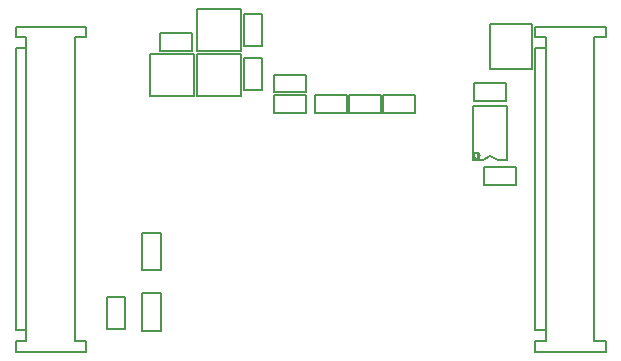
<source format=gbo>
%FSLAX34Y34*%
%MOMM*%
G04 EasyPC Gerber Version 18.0.6 Build 3620 *
%ADD10C,0.12700*%
X0Y0D02*
D02*
D10*
X71735Y340535D02*
Y331535D01*
X80735*
Y322535*
X71735*
Y83535*
X80735*
Y74535*
X71735*
Y65535*
X131735*
Y74535*
X121735*
Y331535*
X131735*
Y340535*
X71735*
X80735Y322285D02*
Y83535D01*
X164275Y112075D02*
Y84995D01*
X149195*
Y112075*
X164275*
X178485Y115335D02*
Y83335D01*
X194485*
Y115335*
X178485*
X185430Y317680D02*
Y282035D01*
X222895*
Y317680*
X185430*
X194985Y134335D02*
Y166335D01*
X178985*
Y134335*
X194985*
X221275Y319995D02*
X194195D01*
Y335075*
X221275*
Y319995*
X225430Y317680D02*
Y282035D01*
X262895*
Y317680*
X225430*
Y355680D02*
Y320035D01*
X262895*
Y355680*
X225430*
X280275Y314075D02*
Y286995D01*
X265195*
Y314075*
X280275*
Y351075D02*
Y323995D01*
X265195*
Y351075*
X280275*
X290195Y300075D02*
X317275D01*
Y284995*
X290195*
Y300075*
X317275Y267995D02*
X290195D01*
Y283075*
X317275*
Y267995*
X352275D02*
X325195D01*
Y283075*
X352275*
Y267995*
X354195Y283075D02*
X381275D01*
Y267995*
X354195*
Y283075*
X383195D02*
X410275D01*
Y267995*
X383195*
Y283075*
X462095Y228825D02*
G75*
G02Y234145J2660D01*
G01*
G75*
G02Y228825J-2660*
G01*
G36*
G75*
G02Y234145J2660*
G01*
G75*
G02Y228825J-2660*
G01*
G37*
X468195Y222075D02*
X495275D01*
Y206995*
X468195*
Y222075*
X473590Y305230D02*
X509235D01*
Y342695*
X473590*
Y305230*
X487275Y277995D02*
X460195D01*
Y293075*
X487275*
Y277995*
X488035Y227685D02*
Y273385D01*
X459435*
Y227685*
X467385*
X473735Y230860*
X480085Y227685*
X488035*
X511735Y340535D02*
Y331535D01*
X520735*
Y322535*
X511735*
Y83535*
X520735*
Y74535*
X511735*
Y65535*
X571735*
Y74535*
X561735*
Y331535*
X571735*
Y340535*
X511735*
X520735Y322285D02*
Y83535D01*
X0Y0D02*
M02*

</source>
